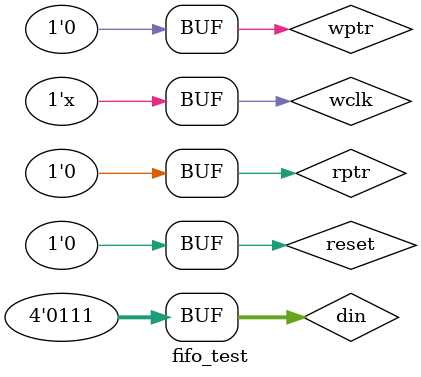
<source format=v>
`timescale 1ns / 1ps


module fifo_test;

	// Inputs
	reg reset;
	reg [3:0] din;
	reg rptr;
	reg wptr;
	reg wclk;

	// Outputs
	wire [3:0] dout;
	wire [1:0]error,rclk;

	// Instantiate the Unit Under Test (UUT)
	fifo uut (
		.reset(reset), 
		.din(din), 
		.rptr(rptr), 
		.wptr(wptr), 
		.wclk(wclk), 
		.dout(dout), 
		.error(error),
		.rclk(rclk)
	);

	initial begin
		// Initialize Inputs
		reset = 1;
		din = 0;
		rptr = 0;
		wptr = 0;
		wclk = 0;

		// Wait 100 ns for global reset to finish
		#20 reset=0;
		#40 din=4'b1011;
		#55 din=4'b0111;
        
		// Add stimulus here

	end
	
	always
	#10 wclk=~wclk;
      
endmodule


</source>
